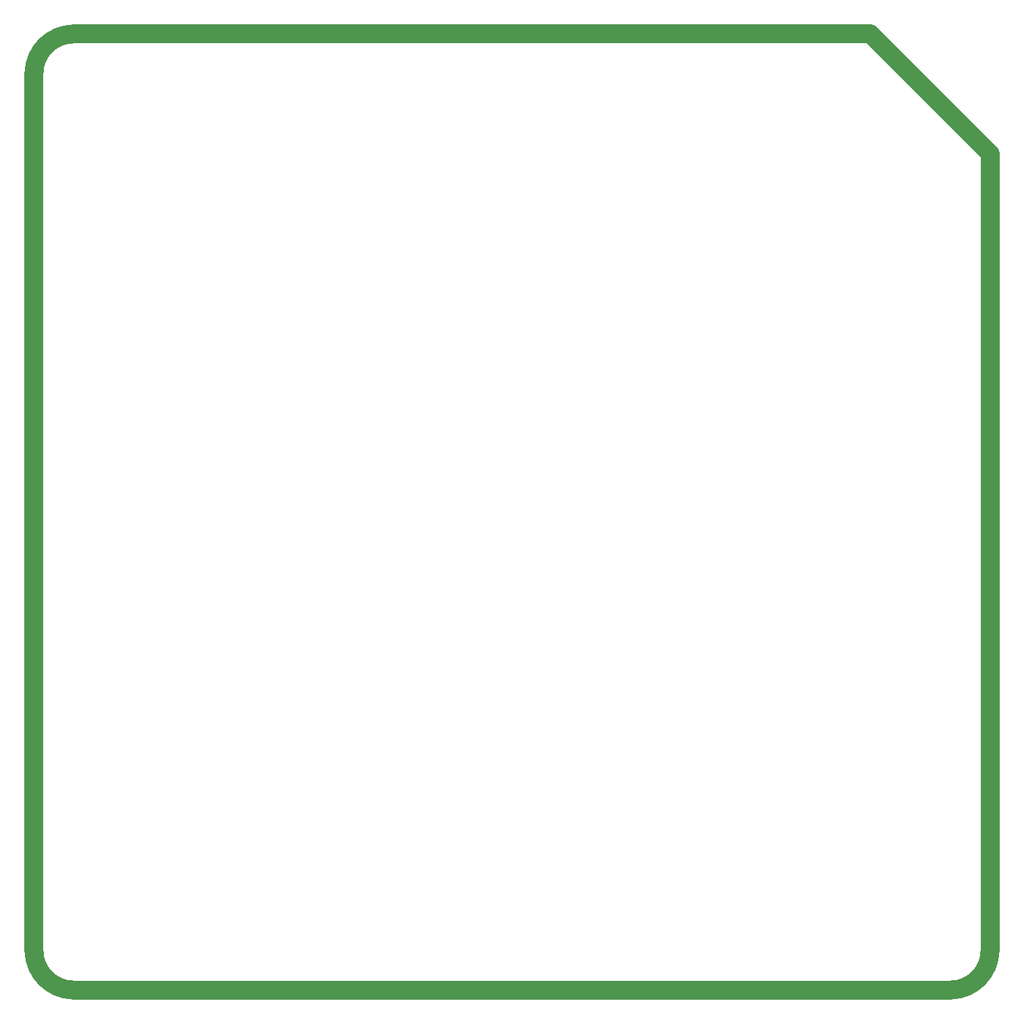
<source format=gbr>
G04 PCB Fabrication Data in Gerber  Example 1, created by Karel Tavernier, Filip Vermeire and Thomas Weyn*
G04 Ucamco copyright*
%TF.GenerationSoftware,Ucamco,UcamX,1.1.0-140320*%
%TF.CreationDate,2014-06-18T00:00;00+01:00*%
%FSLAX35Y35*%
%MOMM*%
%TF.FileFunction,NonPlated,1,4,NPTH,Route*%
%TF.FilePolarity,Positive*%
%TF.Part,Single*%
%TF.SameCoordinates,f8d53b1f8c81977d8c3d0dffcc4c4bd6e6770c0f*%
%ADD10C,2.40000*%
G01*
G75*
%LPD*%
D10*
X11500000Y0D02*
G75*
G3X12000000Y500000I0J500000D01*
G1Y10500000D01*
X10500000Y12000000D01*
X500000D01*
G3X0Y11500000I0J-500000D01*
G1Y500000D01*
G3X500000Y0I500000J0D01*
G1X11500000D01*
M02*
</source>
